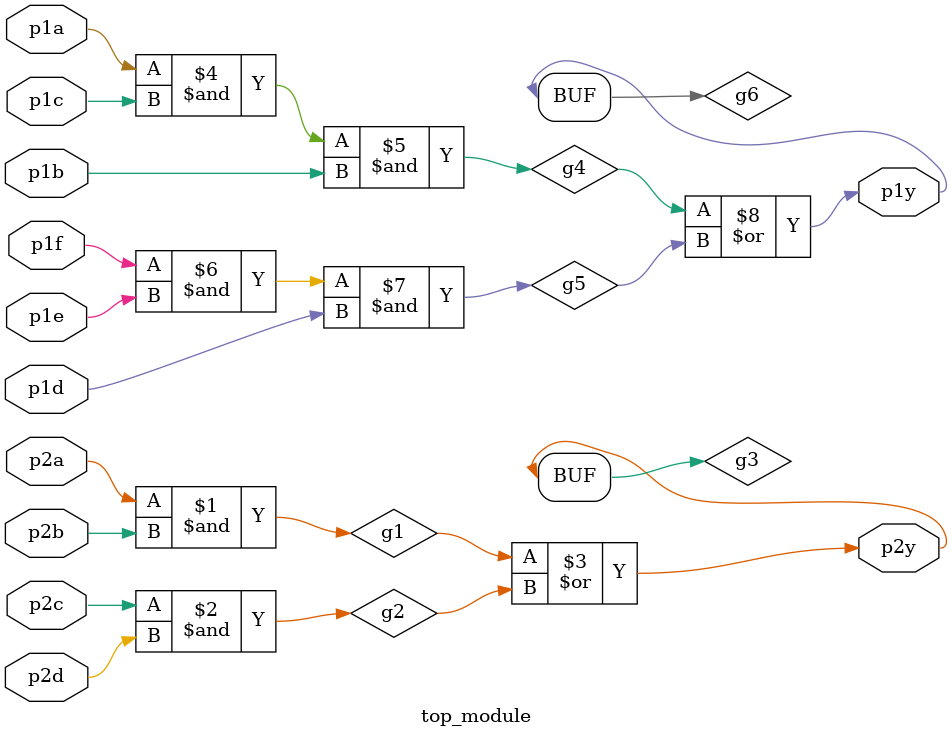
<source format=v>
module top_module ( 
    input p1a, p1b, p1c, p1d, p1e, p1f,
    output p1y,
    input p2a, p2b, p2c, p2d,
    output p2y );
    wire g1;
    wire g2;
    wire g3;
    wire g4;
    wire g5;
    wire g6;
    and(g1,p2a,p2b);
    and(g2,p2c,p2d);
    or(g3,g1,g2);
    assign p2y=g3;
    and(g4,p1a,p1c,p1b);
    and(g5,p1f,p1e,p1d);
    or(g6,g4,g5);
    assign p1y=g6;


endmodule

</source>
